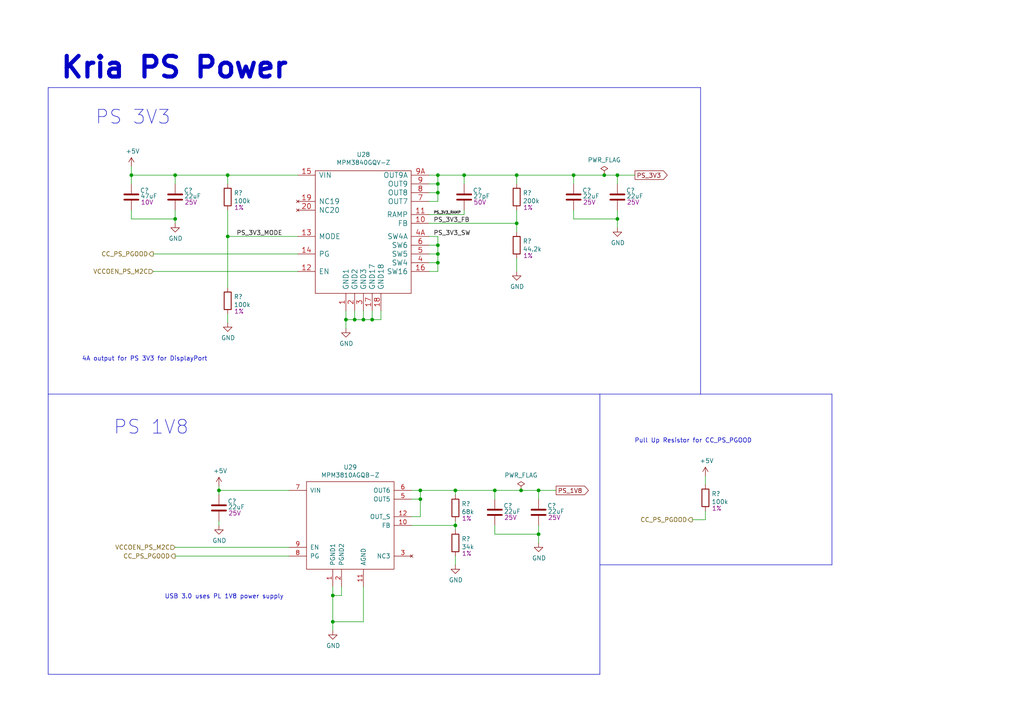
<source format=kicad_sch>
(kicad_sch (version 20230121) (generator eeschema)
  (paper "A4")
  (title_block (title "Top Sheet") (date "2023-12-21") (rev "1.00") (company "ApotheoTech LLC") (comment 1 "SCH: APT-KRIA-FMC") (comment 2 "Author: Chance Reimer"))
  (lib_symbols
    (symbol "ApotheoTech:MPM3810AGQB-Z" (pin_names (offset 1.016))
      (property "Reference" "U" (at -8.255 24.13 0))
      (property "Value" "MPM3810AGQB-Z" (at -0.635 22.225 0))
      (symbol "MPM3810AGQB-Z_0_1"
        (rectangle (start -12.7 19.05) (end 12.7 -6.35))
      )
      (symbol "MPM3810AGQB-Z_1_1"
        (pin passive line (at -5.08 -11.43 90) (length 5.08) (name "PGND1") (number "1"))
        (pin passive line (at 17.78 6.35 180) (length 5.08) (name "FB") (number "10"))
        (pin passive line (at 3.81 -11.43 90) (length 5.08) (name "AGND") (number "11"))
        (pin passive line (at 17.78 8.89 180) (length 5.08) (name "OUT_S") (number "12"))
        (pin passive line (at -2.54 -11.43 90) (length 5.08) (name "PGND2") (number "2"))
        (pin no_connect line (at 17.78 -2.54 180) (length 5.08) (name "NC3") (number "3"))
        (pin passive line (at 17.78 13.97 180) (length 5.08) (name "OUT5") (number "5"))
        (pin passive line (at 17.78 16.51 180) (length 5.08) (name "OUT6") (number "6"))
        (pin passive line (at -17.78 16.51 0) (length 5.08) (name "VIN") (number "7"))
        (pin passive line (at -17.78 -2.54 0) (length 5.08) (name "PG") (number "8"))
        (pin passive line (at -17.78 0 0) (length 5.08) (name "EN") (number "9"))
      )
    )
    (symbol "ApotheoTech:MPM3840GQV-Z" (pin_names (offset 1.016))
      (property "Reference" "U" (at -13.081 22.352 0))
      (property "Value" "MPM3840GQV-Z" (at -5.715 20.701 0))
      (symbol "MPM3840GQV-Z_0_1"
        (rectangle (start -13.97 19.05) (end 13.843 -16.51))
      )
      (symbol "MPM3840GQV-Z_1_1"
        (pin passive line (at -5.08 -21.59 90) (length 5.08) (name "GND1") (number "1"))
        (pin passive line (at 19.05 3.81 180) (length 5.08) (name "FB") (number "10"))
        (pin passive line (at 19.05 6.35 180) (length 5.08) (name "RAMP") (number "11"))
        (pin passive line (at -19.05 -10.16 0) (length 5.08) (name "EN") (number "12"))
        (pin passive line (at -19.05 0 0) (length 5.08) (name "MODE") (number "13"))
        (pin passive line (at -19.05 -5.08 0) (length 5.08) (name "PG") (number "14"))
        (pin passive line (at -19.05 17.78 0) (length 5.08) (name "VIN") (number "15"))
        (pin passive line (at 19.05 -10.16 180) (length 5.08) (name "SW16") (number "16"))
        (pin passive line (at 2.54 -21.59 90) (length 5.08) (name "GND17") (number "17"))
        (pin passive line (at 5.08 -21.59 90) (length 5.08) (name "GND18") (number "18"))
        (pin no_connect line (at -19.05 10.16 0) (length 5.08) (name "NC19") (number "19"))
        (pin passive line (at -2.54 -21.59 90) (length 5.08) (name "GND2") (number "2"))
        (pin no_connect line (at -19.05 7.62 0) (length 5.08) (name "NC20") (number "20"))
        (pin passive line (at 0 -21.59 90) (length 5.08) (name "GND3") (number "3"))
        (pin passive line (at 19.05 -7.62 180) (length 5.08) (name "SW4") (number "4"))
        (pin passive line (at 19.05 0 180) (length 5.08) (name "SW4A") (number "4A"))
        (pin passive line (at 19.05 -5.08 180) (length 5.08) (name "SW5") (number "5"))
        (pin passive line (at 19.05 -2.54 180) (length 5.08) (name "SW6") (number "6"))
        (pin passive line (at 19.05 10.16 180) (length 5.08) (name "OUT7") (number "7"))
        (pin passive line (at 19.05 12.7 180) (length 5.08) (name "OUT8") (number "8"))
        (pin passive line (at 19.05 15.24 180) (length 5.08) (name "OUT9") (number "9"))
        (pin passive line (at 19.05 17.78 180) (length 5.08) (name "OUT9A") (number "9A"))
      )
    )
    (symbol "Device:C" (pin_numbers hide) (pin_names (offset 0.254))
      (property "Reference" "C" (at 0.635 2.54 0))
      (property "Value" "C" (at 0.635 -2.54 0))
      (symbol "C_0_1"
        (polyline (pts (xy -2.032 -0.762) (xy 2.032 -0.762)) (stroke (width 0.508)))
        (polyline (pts (xy -2.032 0.762) (xy 2.032 0.762)) (stroke (width 0.508)))
      )
      (symbol "C_1_1"
        (pin passive line (at 0 3.81 270) (length 2.794) (name "~") (number "1"))
        (pin passive line (at 0 -3.81 90) (length 2.794) (name "~") (number "2"))
      )
    )
    (symbol "Device:R" (pin_numbers hide) (pin_names (offset 0))
      (property "Reference" "R" (at 2.032 0 90))
      (property "Value" "R" (at 0 0 90))
      (symbol "R_0_1"
        (rectangle (start -1.016 -2.54) (end 1.016 2.54) (stroke (width 0.254)))
      )
      (symbol "R_1_1"
        (pin passive line (at 0 3.81 270) (length 1.27) (name "~") (number "1"))
        (pin passive line (at 0 -3.81 90) (length 1.27) (name "~") (number "2"))
      )
    )
    (symbol "power:+5V" (power) (pin_names (offset 0))
      (property "Value" "+5V" (at 0 3.556 0))
      (symbol "+5V_0_1"
        (polyline (pts (xy -0.762 1.27) (xy 0 2.54)))
        (polyline (pts (xy 0 0) (xy 0 2.54)))
        (polyline (pts (xy 0 2.54) (xy 0.762 1.27)))
      )
      (symbol "+5V_1_1"
        (pin power_in line (at 0 0 90) (length 0) hide (name "+5V") (number "1"))
      )
    )
    (symbol "power:GND" (power) (pin_names (offset 0))
      (property "Value" "GND" (at 0 -3.81 0))
      (symbol "GND_0_1"
        (polyline (pts (xy 0 0) (xy 0 -1.27) (xy 1.27 -1.27) (xy 0 -2.54) (xy -1.27 -1.27) (xy 0 -1.27)))
      )
      (symbol "GND_1_1"
        (pin power_in line (at 0 0 270) (length 0) hide (name "GND") (number "1"))
      )
    )
    (symbol "power:PWR_FLAG" (power) (pin_numbers hide) (pin_names (offset 0) hide)
      (property "Value" "PWR_FLAG" (at 0 3.81 0))
      (symbol "PWR_FLAG_0_0"
        (pin power_out line (at 0 0 90) (length 0) (name "pwr") (number "1"))
      )
      (symbol "PWR_FLAG_0_1"
        (polyline (pts (xy 0 0) (xy 0 1.27) (xy -1.016 1.905) (xy 0 2.54) (xy 1.016 1.905) (xy 0 1.27)))
      )
    )
  )
  (junction (at 121.92 144.78))
  (junction (at 132.08 152.4))
  (junction (at 127 73.66))
  (junction (at 179.07 50.8))
  (junction (at 175.26 50.8))
  (junction (at 179.07 63.5))
  (junction (at 127 71.12))
  (junction (at 102.87 92.71))
  (junction (at 50.8 50.8))
  (junction (at 127 76.2))
  (junction (at 149.86 64.77))
  (junction (at 156.21 154.94))
  (junction (at 132.08 142.24))
  (junction (at 66.04 68.58))
  (junction (at 156.21 142.24))
  (junction (at 63.5 142.24))
  (junction (at 134.62 50.8))
  (junction (at 149.86 50.8))
  (junction (at 66.04 50.8))
  (junction (at 105.41 92.71))
  (junction (at 100.33 92.71))
  (junction (at 166.37 50.8))
  (junction (at 151.13 142.24))
  (junction (at 127 50.8))
  (junction (at 96.52 172.72))
  (junction (at 143.51 142.24))
  (junction (at 121.92 142.24))
  (junction (at 96.52 180.34))
  (junction (at 107.95 92.71))
  (junction (at 127 55.88))
  (junction (at 127 53.34))
  (junction (at 38.1 50.8))
  (junction (at 50.8 63.5))
  (wire (pts (xy 127 50.8) (xy 124.46 50.8)))
  (wire (pts (xy 127 53.34) (xy 127 50.8)))
  (polyline (pts (xy 173.99 114.3) (xy 173.99 195.58)))
  (wire (pts (xy 127 55.88) (xy 127 53.34)))
  (wire (pts (xy 121.92 144.78) (xy 119.38 144.78)))
  (wire (pts (xy 149.86 74.93) (xy 149.86 78.74)))
  (wire (pts (xy 134.62 62.23) (xy 134.62 60.96)))
  (wire (pts (xy 151.13 142.24) (xy 156.21 142.24)))
  (wire (pts (xy 127 71.12) (xy 127 68.58)))
  (wire (pts (xy 143.51 142.24) (xy 151.13 142.24)))
  (wire (pts (xy 124.46 78.74) (xy 127 78.74)))
  (wire (pts (xy 166.37 50.8) (xy 175.26 50.8)))
  (wire (pts (xy 99.06 172.72) (xy 99.06 170.18)))
  (wire (pts (xy 86.36 73.66) (xy 44.45 73.66)))
  (wire (pts (xy 100.33 92.71) (xy 100.33 95.25)))
  (wire (pts (xy 204.597 150.749) (xy 204.597 148.209)))
  (wire (pts (xy 179.07 63.5) (xy 166.37 63.5)))
  (wire (pts (xy 127 53.34) (xy 124.46 53.34)))
  (wire (pts (xy 102.87 92.71) (xy 100.33 92.71)))
  (wire (pts (xy 50.8 50.8) (xy 38.1 50.8)))
  (wire (pts (xy 143.51 154.94) (xy 143.51 152.4)))
  (wire (pts (xy 127 68.58) (xy 124.46 68.58)))
  (wire (pts (xy 127 73.66) (xy 127 71.12)))
  (wire (pts (xy 149.86 67.31) (xy 149.86 64.77)))
  (wire (pts (xy 102.87 92.71) (xy 102.87 90.17)))
  (wire (pts (xy 149.86 64.77) (xy 149.86 60.96)))
  (wire (pts (xy 105.41 92.71) (xy 102.87 92.71)))
  (wire (pts (xy 127 71.12) (xy 124.46 71.12)))
  (wire (pts (xy 38.1 50.8) (xy 38.1 53.34)))
  (wire (pts (xy 124.46 58.42) (xy 127 58.42)))
  (wire (pts (xy 38.1 50.8) (xy 38.1 48.26)))
  (wire (pts (xy 124.46 76.2) (xy 127 76.2)))
  (wire (pts (xy 149.86 50.8) (xy 166.37 50.8)))
  (wire (pts (xy 63.5 143.51) (xy 63.5 142.24)))
  (wire (pts (xy 179.07 50.8) (xy 179.07 53.34)))
  (wire (pts (xy 200.787 150.749) (xy 204.597 150.749)))
  (wire (pts (xy 86.36 78.74) (xy 44.45 78.74)))
  (wire (pts (xy 83.82 142.24) (xy 63.5 142.24)))
  (wire (pts (xy 179.07 63.5) (xy 179.07 66.04)))
  (wire (pts (xy 175.26 50.8) (xy 179.07 50.8)))
  (polyline (pts (xy 13.97 25.4) (xy 13.97 195.58)))
  (wire (pts (xy 134.62 50.8) (xy 127 50.8)))
  (wire (pts (xy 86.36 68.58) (xy 66.04 68.58)))
  (wire (pts (xy 66.04 68.58) (xy 66.04 60.96)))
  (wire (pts (xy 66.04 68.58) (xy 66.04 83.439)))
  (polyline (pts (xy 13.97 114.3) (xy 241.3 114.3)))
  (polyline (pts (xy 13.97 195.58) (xy 173.99 195.58)))
  (wire (pts (xy 127 58.42) (xy 127 55.88)))
  (wire (pts (xy 121.92 142.24) (xy 132.08 142.24)))
  (wire (pts (xy 66.04 50.8) (xy 50.8 50.8)))
  (wire (pts (xy 105.41 170.18) (xy 105.41 180.34)))
  (polyline (pts (xy 241.3 114.3) (xy 241.3 163.83)))
  (wire (pts (xy 66.04 53.34) (xy 66.04 50.8)))
  (wire (pts (xy 66.04 91.059) (xy 66.04 93.599)))
  (wire (pts (xy 38.1 60.96) (xy 38.1 63.5)))
  (wire (pts (xy 105.41 180.34) (xy 96.52 180.34)))
  (wire (pts (xy 156.21 154.94) (xy 143.51 154.94)))
  (wire (pts (xy 156.21 152.4) (xy 156.21 154.94)))
  (wire (pts (xy 63.5 152.4) (xy 63.5 151.13)))
  (wire (pts (xy 179.07 60.96) (xy 179.07 63.5)))
  (wire (pts (xy 149.86 53.34) (xy 149.86 50.8)))
  (wire (pts (xy 83.82 158.75) (xy 50.8 158.75)))
  (wire (pts (xy 50.8 53.34) (xy 50.8 50.8)))
  (wire (pts (xy 96.52 180.34) (xy 96.52 172.72)))
  (wire (pts (xy 143.51 144.78) (xy 143.51 142.24)))
  (wire (pts (xy 132.08 142.24) (xy 132.08 143.51)))
  (polyline (pts (xy 241.3 163.83) (xy 173.99 163.83)))
  (wire (pts (xy 156.21 142.24) (xy 161.29 142.24)))
  (wire (pts (xy 127 76.2) (xy 127 73.66)))
  (wire (pts (xy 100.33 92.71) (xy 100.33 90.17)))
  (wire (pts (xy 96.52 180.34) (xy 96.52 182.88)))
  (wire (pts (xy 121.92 144.78) (xy 121.92 142.24)))
  (polyline (pts (xy 203.2 25.4) (xy 203.2 114.3)))
  (wire (pts (xy 134.62 53.34) (xy 134.62 50.8)))
  (wire (pts (xy 50.8 60.96) (xy 50.8 63.5)))
  (polyline (pts (xy 13.97 25.4) (xy 203.2 25.4)))
  (wire (pts (xy 107.95 92.71) (xy 107.95 90.17)))
  (wire (pts (xy 119.38 149.86) (xy 121.92 149.86)))
  (wire (pts (xy 132.08 163.83) (xy 132.08 161.29)))
  (wire (pts (xy 38.1 63.5) (xy 50.8 63.5)))
  (wire (pts (xy 63.5 140.97) (xy 63.5 142.24)))
  (wire (pts (xy 50.8 63.5) (xy 50.8 64.77)))
  (wire (pts (xy 166.37 53.34) (xy 166.37 50.8)))
  (wire (pts (xy 107.95 92.71) (xy 105.41 92.71)))
  (wire (pts (xy 110.49 90.17) (xy 110.49 92.71)))
  (wire (pts (xy 121.92 142.24) (xy 119.38 142.24)))
  (wire (pts (xy 156.21 142.24) (xy 156.21 144.78)))
  (wire (pts (xy 124.46 62.23) (xy 134.62 62.23)))
  (wire (pts (xy 96.52 170.18) (xy 96.52 172.72)))
  (wire (pts (xy 50.8 161.29) (xy 83.82 161.29)))
  (wire (pts (xy 127 78.74) (xy 127 76.2)))
  (wire (pts (xy 132.08 152.4) (xy 119.38 152.4)))
  (wire (pts (xy 96.52 172.72) (xy 99.06 172.72)))
  (wire (pts (xy 132.08 151.13) (xy 132.08 152.4)))
  (wire (pts (xy 127 55.88) (xy 124.46 55.88)))
  (wire (pts (xy 132.08 152.4) (xy 132.08 153.67)))
  (wire (pts (xy 179.07 50.8) (xy 184.15 50.8)))
  (wire (pts (xy 110.49 92.71) (xy 107.95 92.71)))
  (wire (pts (xy 156.21 154.94) (xy 156.21 157.48)))
  (wire (pts (xy 124.46 64.77) (xy 149.86 64.77)))
  (wire (pts (xy 105.41 92.71) (xy 105.41 90.17)))
  (wire (pts (xy 132.08 142.24) (xy 143.51 142.24)))
  (wire (pts (xy 149.86 50.8) (xy 134.62 50.8)))
  (wire (pts (xy 166.37 63.5) (xy 166.37 60.96)))
  (wire (pts (xy 204.597 140.589) (xy 204.597 138.049)))
  (wire (pts (xy 127 73.66) (xy 124.46 73.66)))
  (wire (pts (xy 66.04 50.8) (xy 86.36 50.8)))
  (wire (pts (xy 121.92 149.86) (xy 121.92 144.78)))
  (text "Kria PS Power" (at 17.145 23.241 0) (effects (font (size 5.9944 5.9944) (thickness 1.1989) bold) (justify left bottom)))
  (text "4A output for PS 3V3 for DisplayPort" (at 23.749 104.902 0) (effects (font (size 1.27 1.27)) (justify left bottom)))
  (text "PS 3V3" (at 27.559 36.449 0) (effects (font (size 3.9878 3.9878)) (justify left bottom)))
  (text "PS 1V8" (at 54.864 126.365 0) (effects (font (size 3.9878 3.9878)) (justify right bottom)))
  (text "Pull Up Resistor for CC_PS_PGOOD" (at 184.023 128.651 0) (effects (font (size 1.27 1.27)) (justify left bottom)))
  (text "USB 3.0 uses PL 1V8 power supply" (at 47.752 173.863 0) (effects (font (size 1.27 1.27)) (justify left bottom)))
  (label "PS_3V3_SW" (at 125.73 68.58 0))
  (label "PS_3V3_RAMP" (at 125.73 62.23 0) (effects (font (size 0.762 0.762))))
  (label "PS_3V3_FB" (at 125.73 64.77 0))
  (label "PS_3V3_MODE" (at 68.58 68.58 0))
  (global_label "PS_1V8" (shape output) (at 161.29 142.24 0) (property "Intersheetrefs" "${INTERSHEET_REFS}" (effects hide)))
  (global_label "PS_3V3" (shape output) (at 184.15 50.8 0) (property "Intersheetrefs" "${INTERSHEET_REFS}" (effects hide)))
  (hierarchical_label "CC_PS_PGOOD" (shape output) (at 50.8 161.29 180))
  (hierarchical_label "CC_PS_PGOOD" (shape output) (at 200.787 150.749 180))
  (hierarchical_label "VCCOEN_PS_M2C" (shape input) (at 50.8 158.75 180))
  (hierarchical_label "CC_PS_PGOOD" (shape output) (at 44.45 73.66 180))
  (hierarchical_label "VCCOEN_PS_M2C" (shape input) (at 44.45 78.74 180))
  (symbol (lib_id "Device:R") (at 204.597 144.399 0) (unit 1)
    (property "Reference" "R?" (at 206.375 143.2306 0) (effects (justify left)))
    (property "Value" "100k" (at 206.375 145.542 0) (effects (justify left)))
    (property "Footprint" "Resistor_SMD:R_0402_1005Metric" (effects hide))
    (property "PartNumber" "CRCW0402100KFKEDHP" (effects hide))
    (property "Tol" "1%" (at 207.899 147.447 0))
    (property "Power" "1/5W" (effects hide))
    (instances (project "APT-KRIA-FMC" (path "" (reference "R?") (unit 1)) (path "" (reference "R?") (unit 1)) (path "" (reference "R201") (unit 1)) (path "" (reference "R?") (unit 1))))
  )
  (symbol (lib_id "power:+5V") (at 204.597 138.049 0) (unit 1)
    (property "Reference" "#PWR0280" (effects hide))
    (property "Value" "+5V" (at 204.978 133.6548 0))
    (instances (project "APT-KRIA-FMC" (path "" (reference "#PWR0280") (unit 1)) (path "" (reference "#PWR?") (unit 1)) (path "" (reference "#PWR?") (unit 1))))
  )
  (symbol (lib_id "Device:R") (at 66.04 57.15 0) (unit 1)
    (property "Reference" "R?" (at 67.818 55.9816 0) (effects (justify left)))
    (property "Value" "100k" (at 67.818 58.293 0) (effects (justify left)))
    (property "Footprint" "Resistor_SMD:R_0402_1005Metric" (effects hide))
    (property "PartNumber" "CRCW0402100KFKEDHP" (effects hide))
    (property "Tol" "1%" (at 69.342 60.198 0))
    (property "Power" "1/5W" (effects hide))
    (instances (project "APT-KRIA-FMC" (path "" (reference "R?") (unit 1)) (path "" (reference "R?") (unit 1)) (path "" (reference "R195") (unit 1))))
  )
  (symbol (lib_id "Device:R") (at 66.04 87.249 0) (unit 1)
    (property "Reference" "R?" (at 67.818 86.0806 0) (effects (justify left)))
    (property "Value" "100k" (at 67.818 88.392 0) (effects (justify left)))
    (property "Footprint" "Resistor_SMD:R_0402_1005Metric" (effects hide))
    (property "PartNumber" "CRCW0402100KFKEDHP" (effects hide))
    (property "Tol" "1%" (at 69.342 90.297 0))
    (property "Power" "1/5W" (effects hide))
    (instances (project "APT-KRIA-FMC" (path "" (reference "R?") (unit 1)) (path "" (reference "R?") (unit 1)) (path "" (reference "R196") (unit 1))))
  )
  (symbol (lib_id "Device:C") (at 166.37 57.15 180) (unit 1)
    (property "Reference" "C?" (at 170.18 55.245 0))
    (property "Value" "22uF" (at 171.45 56.896 0))
    (property "Footprint" "Capacitor_SMD:C_0805_2012Metric" (effects hide))
    (property "PartNumber" "CC0805MKX5R8BB226" (effects hide))
    (property "Tolerance" "+-20%" (effects hide))
    (property "Voltage" "25V" (at 170.942 58.674 0))
    (property "Temp_Val" "X5R" (effects hide))
    (property "URL" "https://www.digikey.com/en/products/detail/C1005X5R1E105K050BE/445-175215-1-ND/7907779?itemSeq=374777296" (effects hide))
    (property "Alt" "N/A" (effects hide))
    (instances (project "APT-KRIA-FMC" (path "" (reference "C?") (unit 1)) (path "" (reference "C233") (unit 1)) (path "" (reference "C?") (unit 1))))
  )
  (symbol (lib_id "Device:C") (at 179.07 57.15 180) (unit 1)
    (property "Reference" "C?" (at 182.88 55.245 0))
    (property "Value" "22uF" (at 184.15 56.896 0))
    (property "Footprint" "Capacitor_SMD:C_0805_2012Metric" (effects hide))
    (property "PartNumber" "CC0805MKX5R8BB226" (effects hide))
    (property "Tolerance" "+-20%" (effects hide))
    (property "Voltage" "25V" (at 183.642 58.674 0))
    (property "Temp_Val" "X5R" (effects hide))
    (property "URL" "https://www.digikey.com/en/products/detail/C1005X5R1E105K050BE/445-175215-1-ND/7907779?itemSeq=374777296" (effects hide))
    (property "Alt" "N/A" (effects hide))
    (instances (project "APT-KRIA-FMC" (path "" (reference "C?") (unit 1)) (path "" (reference "C235") (unit 1)) (path "" (reference "C?") (unit 1))))
  )
  (symbol (lib_id "Device:C") (at 50.8 57.15 180) (unit 1)
    (property "Reference" "C?" (at 54.61 55.245 0))
    (property "Value" "22uF" (at 55.88 56.896 0))
    (property "Footprint" "Capacitor_SMD:C_0805_2012Metric" (effects hide))
    (property "PartNumber" "CC0805MKX5R8BB226" (effects hide))
    (property "Tolerance" "+-20%" (effects hide))
    (property "Voltage" "25V" (at 55.372 58.674 0))
    (property "Temp_Val" "X5R" (effects hide))
    (property "URL" "https://www.digikey.com/en/products/detail/C1005X5R1E105K050BE/445-175215-1-ND/7907779?itemSeq=374777296" (effects hide))
    (property "Alt" "N/A" (effects hide))
    (instances (project "APT-KRIA-FMC" (path "" (reference "C?") (unit 1)) (path "" (reference "C229") (unit 1)) (path "" (reference "C?") (unit 1))))
  )
  (symbol (lib_id "ApotheoTech:MPM3840GQV-Z") (at 105.41 68.58 0) (unit 1)
    (property "Reference" "U28" (at 105.41 44.831 0))
    (property "Value" "MPM3840GQV-Z" (at 105.41 47.1424 0))
    (property "Footprint" "ApotheoTech_CXP_Lib:MPM3840GQV-P" (effects hide))
    (instances (project "APT-KRIA-FMC" (path "" (reference "U28") (unit 1)) (path "" (reference "U?") (unit 1))))
  )
  (symbol (lib_id "Device:C") (at 38.1 57.15 180) (unit 1)
    (property "Reference" "C?" (at 41.91 55.245 0))
    (property "Value" "47uF" (at 43.18 56.896 0))
    (property "Footprint" "Capacitor_SMD:C_0805_2012Metric" (effects hide))
    (property "PartNumber" "GRM21BR61A476ME15L" (effects hide))
    (property "Tolerance" "+-20%" (effects hide))
    (property "Voltage" "10V" (at 42.672 58.674 0))
    (property "Temp_Val" "X5R" (effects hide))
    (property "URL" "https://www.digikey.com/en/products/detail/murata-electronics/GRM21BR61A476ME15L/4905529" (effects hide))
    (property "Alt" "N/A" (effects hide))
    (instances (project "APT-KRIA-FMC" (path "" (reference "C?") (unit 1)) (path "" (reference "C228") (unit 1)) (path "" (reference "C?") (unit 1))))
  )
  (symbol (lib_id "power:GND") (at 50.8 64.77 0) (unit 1)
    (property "Reference" "#PWR0270" (effects hide))
    (property "Value" "GND" (at 50.927 69.1642 0))
    (instances (project "APT-KRIA-FMC" (path "" (reference "#PWR0270") (unit 1)) (path "" (reference "#PWR?") (unit 1))))
  )
  (symbol (lib_id "Device:C") (at 134.62 57.15 180) (unit 1)
    (property "Reference" "C?" (at 138.43 55.245 0))
    (property "Value" "27pF" (at 139.7 56.896 0))
    (property "Footprint" "Capacitor_SMD:C_0402_1005Metric" (effects hide))
    (property "PartNumber" "04025A270JAT2A" (effects hide))
    (property "Tolerance" "+-5%" (effects hide))
    (property "Voltage" "50V" (at 139.192 58.674 0))
    (property "Temp_Val" "C0G" (effects hide))
    (property "URL" "https://www.digikey.com/en/products/detail/avx-corporation/04025A270JAT2A/563185" (effects hide))
    (property "Alt" "N/A" (effects hide))
    (instances (project "APT-KRIA-FMC" (path "" (reference "C?") (unit 1)) (path "" (reference "C231") (unit 1)) (path "" (reference "C?") (unit 1))))
  )
  (symbol (lib_id "power:+5V") (at 38.1 48.26 0) (unit 1)
    (property "Reference" "#PWR0269" (effects hide))
    (property "Value" "+5V" (at 38.481 43.8658 0))
    (instances (project "APT-KRIA-FMC" (path "" (reference "#PWR0269") (unit 1)) (path "" (reference "#PWR?") (unit 1))))
  )
  (symbol (lib_id "Device:R") (at 149.86 57.15 0) (unit 1)
    (property "Reference" "R?" (at 151.638 55.9816 0) (effects (justify left)))
    (property "Value" "200k" (at 151.638 58.293 0) (effects (justify left)))
    (property "Footprint" "Resistor_SMD:R_0402_1005Metric" (effects hide))
    (property "PartNumber" "ERJ-2RKF2003X" (effects hide))
    (property "Tol" "1%" (at 153.162 60.198 0))
    (property "Power" "1/10W" (effects hide))
    (instances (project "APT-KRIA-FMC" (path "" (reference "R?") (unit 1)) (path "" (reference "R?") (unit 1)) (path "" (reference "R199") (unit 1))))
  )
  (symbol (lib_id "Device:R") (at 149.86 71.12 0) (unit 1)
    (property "Reference" "R?" (at 151.638 69.9516 0) (effects (justify left)))
    (property "Value" "44.2k" (at 151.638 72.263 0) (effects (justify left)))
    (property "Footprint" "Resistor_SMD:R_0402_1005Metric" (effects hide))
    (property "PartNumber" "ERJ-2RKF4422X" (effects hide))
    (property "Tol" "1%" (at 153.162 74.168 0))
    (property "Power" "1/10W" (effects hide))
    (instances (project "APT-KRIA-FMC" (path "" (reference "R?") (unit 1)) (path "" (reference "R?") (unit 1)) (path "" (reference "R200") (unit 1))))
  )
  (symbol (lib_id "power:GND") (at 179.07 66.04 0) (unit 1)
    (property "Reference" "#PWR0279" (effects hide))
    (property "Value" "GND" (at 179.197 70.4342 0))
    (instances (project "APT-KRIA-FMC" (path "" (reference "#PWR0279") (unit 1)) (path "" (reference "#PWR?") (unit 1))))
  )
  (symbol (lib_id "power:PWR_FLAG") (at 175.26 50.8 0) (unit 1)
    (property "Reference" "#FLG026" (effects hide))
    (property "Value" "PWR_FLAG" (at 175.26 46.4058 0))
    (instances (project "APT-KRIA-FMC" (path "" (reference "#FLG026") (unit 1)) (path "" (reference "#FLG?") (unit 1))))
  )
  (symbol (lib_id "power:GND") (at 100.33 95.25 0) (unit 1)
    (property "Reference" "#PWR0274" (effects hide))
    (property "Value" "GND" (at 100.457 99.6442 0))
    (instances (project "APT-KRIA-FMC" (path "" (reference "#PWR0274") (unit 1)) (path "" (reference "#PWR?") (unit 1))))
  )
  (symbol (lib_id "power:GND") (at 66.04 93.599 0) (unit 1)
    (property "Reference" "#PWR0271" (effects hide))
    (property "Value" "GND" (at 66.167 97.9932 0))
    (instances (project "APT-KRIA-FMC" (path "" (reference "#PWR0271") (unit 1)) (path "" (reference "#PWR?") (unit 1))))
  )
  (symbol (lib_id "power:GND") (at 149.86 78.74 0) (unit 1)
    (property "Reference" "#PWR0277" (effects hide))
    (property "Value" "GND" (at 149.987 83.1342 0))
    (instances (project "APT-KRIA-FMC" (path "" (reference "#PWR0277") (unit 1)) (path "" (reference "#PWR?") (unit 1))))
  )
  (symbol (lib_id "ApotheoTech:MPM3810AGQB-Z") (at 101.6 158.75 0) (unit 1)
    (property "Reference" "U29" (at 101.6 135.509 0))
    (property "Value" "MPM3810AGQB-Z" (at 101.6 137.8204 0))
    (property "Footprint" "ApotheoTech_CXP_Lib:MPM3810GQB" (effects hide))
  )
  (symbol (lib_id "power:GND") (at 96.52 182.88 0) (unit 1)
    (property "Reference" "#PWR0275" (effects hide))
    (property "Value" "GND" (at 96.647 187.2742 0))
  )
  (symbol (lib_id "Device:C") (at 63.5 147.32 180) (unit 1)
    (property "Reference" "C?" (at 67.31 145.415 0))
    (property "Value" "22uF" (at 68.58 147.066 0))
    (property "Footprint" "Capacitor_SMD:C_0805_2012Metric" (effects hide))
    (property "PartNumber" "CC0805MKX5R8BB226" (effects hide))
    (property "Tolerance" "+-20%" (effects hide))
    (property "Voltage" "25V" (at 68.072 148.844 0))
    (property "Temp_Val" "X5R" (effects hide))
    (property "URL" "https://www.digikey.com/en/products/detail/C1005X5R1E105K050BE/445-175215-1-ND/7907779?itemSeq=374777296" (effects hide))
    (property "Alt" "N/A" (effects hide))
    (instances (project "APT-KRIA-FMC" (path "" (reference "C?") (unit 1)) (path "" (reference "C230") (unit 1)) (path "" (reference "C?") (unit 1))))
  )
  (symbol (lib_id "power:GND") (at 63.5 152.4 0) (unit 1)
    (property "Reference" "#PWR0273" (effects hide))
    (property "Value" "GND" (at 63.627 156.7942 0))
    (instances (project "APT-KRIA-FMC" (path "" (reference "#PWR0273") (unit 1)) (path "" (reference "#PWR?") (unit 1))))
  )
  (symbol (lib_id "power:+5V") (at 63.5 140.97 0) (unit 1)
    (property "Reference" "#PWR0272" (effects hide))
    (property "Value" "+5V" (at 63.881 136.5758 0))
    (instances (project "APT-KRIA-FMC" (path "" (reference "#PWR0272") (unit 1)) (path "" (reference "#PWR?") (unit 1))))
  )
  (symbol (lib_id "Device:R") (at 132.08 147.32 0) (unit 1)
    (property "Reference" "R?" (at 133.858 146.1516 0) (effects (justify left)))
    (property "Value" "68k" (at 133.858 148.463 0) (effects (justify left)))
    (property "Footprint" "Resistor_SMD:R_0402_1005Metric" (effects hide))
    (property "PartNumber" "RMCF0402FT68K0" (effects hide))
    (property "Tol" "1%" (at 135.382 150.368 0))
    (property "Power" "1/16W" (effects hide))
    (instances (project "APT-KRIA-FMC" (path "" (reference "R?") (unit 1)) (path "" (reference "R?") (unit 1)) (path "" (reference "R197") (unit 1))))
  )
  (symbol (lib_id "Device:R") (at 132.08 157.48 0) (unit 1)
    (property "Reference" "R?" (at 133.858 156.3116 0) (effects (justify left)))
    (property "Value" "34k" (at 133.858 158.623 0) (effects (justify left)))
    (property "Footprint" "Resistor_SMD:R_0402_1005Metric" (effects hide))
    (property "PartNumber" "ERJ-2RKF3402X" (effects hide))
    (property "Tol" "1%" (at 135.382 160.528 0))
    (property "Power" "1/10W" (effects hide))
    (instances (project "APT-KRIA-FMC" (path "" (reference "R?") (unit 1)) (path "" (reference "R?") (unit 1)) (path "" (reference "R198") (unit 1))))
  )
  (symbol (lib_id "power:GND") (at 132.08 163.83 0) (unit 1)
    (property "Reference" "#PWR0276" (effects hide))
    (property "Value" "GND" (at 132.207 168.2242 0))
    (instances (project "APT-KRIA-FMC" (path "" (reference "#PWR0276") (unit 1)) (path "" (reference "#PWR?") (unit 1))))
  )
  (symbol (lib_id "Device:C") (at 143.51 148.59 180) (unit 1)
    (property "Reference" "C?" (at 147.32 146.685 0))
    (property "Value" "22uF" (at 148.59 148.336 0))
    (property "Footprint" "Capacitor_SMD:C_0805_2012Metric" (effects hide))
    (property "PartNumber" "CC0805MKX5R8BB226" (effects hide))
    (property "Tolerance" "+-20%" (effects hide))
    (property "Voltage" "25V" (at 148.082 150.114 0))
    (property "Temp_Val" "X5R" (effects hide))
    (property "URL" "https://www.digikey.com/en/products/detail/C1005X5R1E105K050BE/445-175215-1-ND/7907779?itemSeq=374777296" (effects hide))
    (property "Alt" "N/A" (effects hide))
    (instances (project "APT-KRIA-FMC" (path "" (reference "C?") (unit 1)) (path "" (reference "C232") (unit 1)) (path "" (reference "C?") (unit 1))))
  )
  (symbol (lib_id "Device:C") (at 156.21 148.59 180) (unit 1)
    (property "Reference" "C?" (at 160.02 146.685 0))
    (property "Value" "22uF" (at 161.29 148.336 0))
    (property "Footprint" "Capacitor_SMD:C_0805_2012Metric" (effects hide))
    (property "PartNumber" "CC0805MKX5R8BB226" (effects hide))
    (property "Tolerance" "+-20%" (effects hide))
    (property "Voltage" "25V" (at 160.782 150.114 0))
    (property "Temp_Val" "X5R" (effects hide))
    (property "URL" "https://www.digikey.com/en/products/detail/C1005X5R1E105K050BE/445-175215-1-ND/7907779?itemSeq=374777296" (effects hide))
    (property "Alt" "N/A" (effects hide))
    (instances (project "APT-KRIA-FMC" (path "" (reference "C?") (unit 1)) (path "" (reference "C234") (unit 1)) (path "" (reference "C?") (unit 1))))
  )
  (symbol (lib_id "power:GND") (at 156.21 157.48 0) (unit 1)
    (property "Reference" "#PWR0278" (effects hide))
    (property "Value" "GND" (at 156.337 161.8742 0))
    (instances (project "APT-KRIA-FMC" (path "" (reference "#PWR0278") (unit 1)) (path "" (reference "#PWR?") (unit 1))))
  )
  (symbol (lib_id "power:PWR_FLAG") (at 151.13 142.24 0) (unit 1)
    (property "Reference" "#FLG025" (effects hide))
    (property "Value" "PWR_FLAG" (at 151.13 137.8458 0))
    (instances (project "APT-KRIA-FMC" (path "" (reference "#FLG025") (unit 1)) (path "" (reference "#FLG?") (unit 1))))
  )
)
</source>
